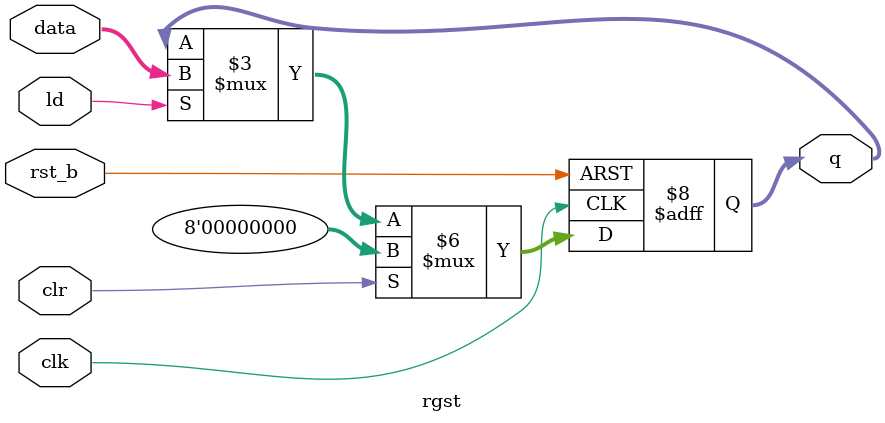
<source format=v>
module rgst #(
	parameter width = 8
)(
	input clk,	//clock
	input rst_b,	//reset asincron
 	input clr,	//semnal de clear
	input ld,	//daca se incarca sau nu data
	input [width - 1 : 0] data,	//data
	output reg [width - 1 : 0] q
);

always @(posedge clk, negedge rst_b) begin
	if(!rst_b)
		q <= 0;
	else if(clr)
		q <= 0;
	else if(ld)
		q <= data;
end

endmodule

</source>
